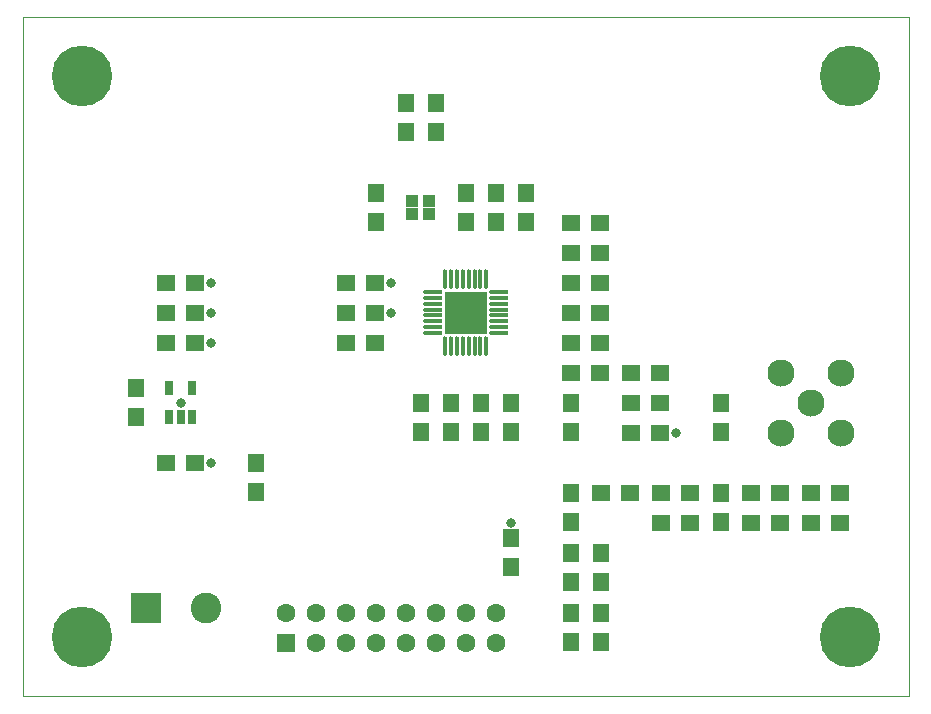
<source format=gts>
%FSLAX25Y25*%
%MOIN*%
G70*
G01*
G75*
G04 Layer_Color=8388736*
%ADD10R,0.05906X0.04921*%
%ADD11R,0.04921X0.05906*%
%ADD12R,0.03740X0.03347*%
%ADD13O,0.01102X0.05906*%
%ADD14O,0.05906X0.01102*%
%ADD15R,0.13583X0.13583*%
%ADD16R,0.02362X0.04134*%
%ADD17C,0.00787*%
%ADD18C,0.01575*%
%ADD19C,0.00394*%
%ADD20C,0.08661*%
%ADD21C,0.05906*%
%ADD22R,0.05906X0.05906*%
%ADD23C,0.19685*%
%ADD24C,0.09843*%
%ADD25R,0.09843X0.09843*%
%ADD26C,0.02756*%
%ADD27C,0.03937*%
%ADD28C,0.00984*%
%ADD29C,0.00488*%
%ADD30C,0.00325*%
%ADD31C,0.01000*%
%ADD32C,0.00650*%
%ADD33C,0.00591*%
%ADD34R,0.06299X0.05315*%
%ADD35R,0.05315X0.06299*%
%ADD36R,0.04291X0.03898*%
%ADD37O,0.01654X0.06457*%
%ADD38O,0.06457X0.01654*%
%ADD39R,0.13976X0.13976*%
%ADD40R,0.02756X0.04528*%
%ADD41C,0.09055*%
%ADD42C,0.06299*%
%ADD43R,0.06299X0.06299*%
%ADD44C,0.20236*%
%ADD45C,0.10236*%
%ADD46R,0.10236X0.10236*%
%ADD47C,0.03150*%
D19*
X-147638Y-127953D02*
Y98425D01*
X147638D01*
Y-127953D02*
Y98425D01*
X-147638Y-127953D02*
X147638D01*
D34*
X-90079Y10000D02*
D03*
X-99921D02*
D03*
X-90079Y0D02*
D03*
X-99921D02*
D03*
X-90079Y-10000D02*
D03*
X-99921D02*
D03*
X104921Y-60000D02*
D03*
X95079D02*
D03*
X104921Y-70000D02*
D03*
X95079D02*
D03*
X64921Y-20000D02*
D03*
X55079D02*
D03*
Y-30000D02*
D03*
X64921D02*
D03*
Y-40000D02*
D03*
X55079D02*
D03*
X124921Y-60000D02*
D03*
X115079D02*
D03*
Y-70000D02*
D03*
X124921D02*
D03*
X35079Y-20000D02*
D03*
X44921D02*
D03*
X65079Y-70000D02*
D03*
X74921D02*
D03*
X54921Y-60000D02*
D03*
X45079D02*
D03*
X74921D02*
D03*
X65079D02*
D03*
X-90079Y-50000D02*
D03*
X-99921D02*
D03*
X35079Y30000D02*
D03*
X44921D02*
D03*
X35079Y-10000D02*
D03*
X44921D02*
D03*
X35079Y10000D02*
D03*
X44921D02*
D03*
X35079Y0D02*
D03*
X44921D02*
D03*
X-39921Y10000D02*
D03*
X-30079D02*
D03*
X-39921Y0D02*
D03*
X-30079D02*
D03*
X-39921Y-10000D02*
D03*
X-30079D02*
D03*
X35079Y20000D02*
D03*
X44921D02*
D03*
D35*
X85000Y-39921D02*
D03*
Y-30079D02*
D03*
Y-69921D02*
D03*
Y-60079D02*
D03*
X45000Y-109921D02*
D03*
Y-100079D02*
D03*
X35000Y-109921D02*
D03*
Y-100079D02*
D03*
Y-80079D02*
D03*
Y-89921D02*
D03*
X45000D02*
D03*
Y-80079D02*
D03*
X35000Y-60079D02*
D03*
Y-69921D02*
D03*
X-110000Y-25079D02*
D03*
Y-34921D02*
D03*
X20000Y30079D02*
D03*
Y39921D02*
D03*
X10000Y30079D02*
D03*
Y39921D02*
D03*
X0Y30079D02*
D03*
Y39921D02*
D03*
X-15000Y-30079D02*
D03*
Y-39921D02*
D03*
X15000Y-30079D02*
D03*
Y-39921D02*
D03*
X5000D02*
D03*
Y-30079D02*
D03*
X-5000D02*
D03*
Y-39921D02*
D03*
X35000D02*
D03*
Y-30079D02*
D03*
X-30000Y30079D02*
D03*
Y39921D02*
D03*
X-20000Y60079D02*
D03*
Y69921D02*
D03*
X-10000Y60079D02*
D03*
Y69921D02*
D03*
X-70000Y-59921D02*
D03*
Y-50079D02*
D03*
X15000Y-84921D02*
D03*
Y-75079D02*
D03*
D36*
X-17854Y37264D02*
D03*
X-12146D02*
D03*
Y32736D02*
D03*
X-17854D02*
D03*
D37*
X-6890Y11024D02*
D03*
X-4921D02*
D03*
X-2953D02*
D03*
X-984D02*
D03*
X984D02*
D03*
X2953D02*
D03*
X4921D02*
D03*
X6890D02*
D03*
Y-11024D02*
D03*
X4921D02*
D03*
X2953D02*
D03*
X984D02*
D03*
X-984D02*
D03*
X-2953D02*
D03*
X-4921D02*
D03*
X-6890D02*
D03*
D38*
X11024Y6890D02*
D03*
Y4921D02*
D03*
Y2953D02*
D03*
Y984D02*
D03*
Y-984D02*
D03*
Y-2953D02*
D03*
Y-4921D02*
D03*
Y-6890D02*
D03*
X-11024D02*
D03*
Y-4921D02*
D03*
Y-2953D02*
D03*
Y-984D02*
D03*
Y984D02*
D03*
Y2953D02*
D03*
Y4921D02*
D03*
Y6890D02*
D03*
D39*
X0Y0D02*
D03*
D40*
X-98740Y-25276D02*
D03*
X-91260D02*
D03*
Y-34724D02*
D03*
X-95000D02*
D03*
X-98740D02*
D03*
D41*
X115000Y-30000D02*
D03*
X105000Y-40000D02*
D03*
X125000D02*
D03*
Y-20000D02*
D03*
X105000D02*
D03*
D42*
X10000Y-100000D02*
D03*
X0D02*
D03*
X-10000D02*
D03*
X-20000D02*
D03*
X-30000D02*
D03*
X-40000D02*
D03*
X-50000D02*
D03*
X-60000D02*
D03*
X10000Y-110000D02*
D03*
X0D02*
D03*
X-10000D02*
D03*
X-20000D02*
D03*
X-30000D02*
D03*
X-40000D02*
D03*
X-50000D02*
D03*
D43*
X-60000D02*
D03*
D44*
X127953Y78740D02*
D03*
Y-108268D02*
D03*
X-127953D02*
D03*
Y78740D02*
D03*
D45*
X-86457Y-98425D02*
D03*
D46*
X-106457D02*
D03*
D47*
X-85000Y-50000D02*
D03*
X-95000Y-30000D02*
D03*
X-85000Y-10000D02*
D03*
Y0D02*
D03*
Y10000D02*
D03*
X-25000D02*
D03*
Y0D02*
D03*
X70000Y-40000D02*
D03*
X3937Y3937D02*
D03*
Y0D02*
D03*
Y-3937D02*
D03*
X0D02*
D03*
X-3937D02*
D03*
Y0D02*
D03*
Y3937D02*
D03*
X0D02*
D03*
X0Y-0D02*
D03*
X15000Y-70000D02*
D03*
M02*

</source>
